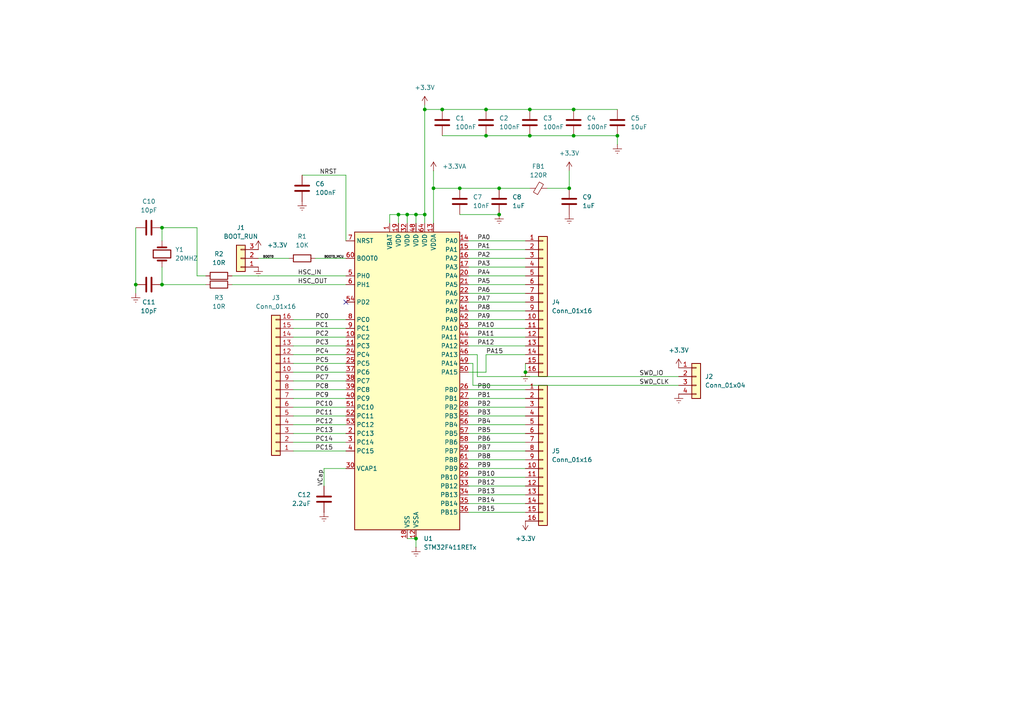
<source format=kicad_sch>
(kicad_sch (version 20231120) (generator "eeschema") (generator_version "8.0")
  (paper "A4")
  (lib_symbols
    (symbol "Connector_Generic:Conn_01x03" (pin_names (offset 1.016) hide)
      (property "Reference" "J" (at 0 5.08 0))
      (property "Value" "Conn_01x03" (at 0 -5.08 0))
      (symbol "Conn_01x03_1_1"
        (rectangle (start -1.27 -2.413) (end 0 -2.667) (stroke (width 0.1524)))
        (rectangle (start -1.27 0.127) (end 0 -0.127) (stroke (width 0.1524)))
        (rectangle (start -1.27 2.667) (end 0 2.413) (stroke (width 0.1524)))
        (rectangle (start -1.27 3.81) (end 1.27 -3.81) (stroke (width 0.254)) (fill (type background)))
        (pin passive line (at -5.08 2.54 0) (length 3.81) (name "Pin_1") (number "1"))
        (pin passive line (at -5.08 0 0) (length 3.81) (name "Pin_2") (number "2"))
        (pin passive line (at -5.08 -2.54 0) (length 3.81) (name "Pin_3") (number "3"))
      )
    )
    (symbol "Connector_Generic:Conn_01x04" (pin_names (offset 1.016) hide)
      (property "Reference" "J" (at 0 5.08 0))
      (property "Value" "Conn_01x04" (at 0 -7.62 0))
      (symbol "Conn_01x04_1_1"
        (rectangle (start -1.27 -4.953) (end 0 -5.207) (stroke (width 0.1524)))
        (rectangle (start -1.27 -2.413) (end 0 -2.667) (stroke (width 0.1524)))
        (rectangle (start -1.27 0.127) (end 0 -0.127) (stroke (width 0.1524)))
        (rectangle (start -1.27 2.667) (end 0 2.413) (stroke (width 0.1524)))
        (rectangle (start -1.27 3.81) (end 1.27 -6.35) (stroke (width 0.254)) (fill (type background)))
        (pin passive line (at -5.08 2.54 0) (length 3.81) (name "Pin_1") (number "1"))
        (pin passive line (at -5.08 0 0) (length 3.81) (name "Pin_2") (number "2"))
        (pin passive line (at -5.08 -2.54 0) (length 3.81) (name "Pin_3") (number "3"))
        (pin passive line (at -5.08 -5.08 0) (length 3.81) (name "Pin_4") (number "4"))
      )
    )
    (symbol "Connector_Generic:Conn_01x16" (pin_names (offset 1.016) hide)
      (property "Reference" "J" (at 0 20.32 0))
      (property "Value" "Conn_01x16" (at 0 -22.86 0))
      (symbol "Conn_01x16_1_1"
        (rectangle (start -1.27 -20.193) (end 0 -20.447) (stroke (width 0.1524)))
        (rectangle (start -1.27 -17.653) (end 0 -17.907) (stroke (width 0.1524)))
        (rectangle (start -1.27 -15.113) (end 0 -15.367) (stroke (width 0.1524)))
        (rectangle (start -1.27 -12.573) (end 0 -12.827) (stroke (width 0.1524)))
        (rectangle (start -1.27 -10.033) (end 0 -10.287) (stroke (width 0.1524)))
        (rectangle (start -1.27 -7.493) (end 0 -7.747) (stroke (width 0.1524)))
        (rectangle (start -1.27 -4.953) (end 0 -5.207) (stroke (width 0.1524)))
        (rectangle (start -1.27 -2.413) (end 0 -2.667) (stroke (width 0.1524)))
        (rectangle (start -1.27 0.127) (end 0 -0.127) (stroke (width 0.1524)))
        (rectangle (start -1.27 2.667) (end 0 2.413) (stroke (width 0.1524)))
        (rectangle (start -1.27 5.207) (end 0 4.953) (stroke (width 0.1524)))
        (rectangle (start -1.27 7.747) (end 0 7.493) (stroke (width 0.1524)))
        (rectangle (start -1.27 10.287) (end 0 10.033) (stroke (width 0.1524)))
        (rectangle (start -1.27 12.827) (end 0 12.573) (stroke (width 0.1524)))
        (rectangle (start -1.27 15.367) (end 0 15.113) (stroke (width 0.1524)))
        (rectangle (start -1.27 17.907) (end 0 17.653) (stroke (width 0.1524)))
        (rectangle (start -1.27 19.05) (end 1.27 -21.59) (stroke (width 0.254)) (fill (type background)))
        (pin passive line (at -5.08 17.78 0) (length 3.81) (name "Pin_1") (number "1"))
        (pin passive line (at -5.08 -5.08 0) (length 3.81) (name "Pin_10") (number "10"))
        (pin passive line (at -5.08 -7.62 0) (length 3.81) (name "Pin_11") (number "11"))
        (pin passive line (at -5.08 -10.16 0) (length 3.81) (name "Pin_12") (number "12"))
        (pin passive line (at -5.08 -12.7 0) (length 3.81) (name "Pin_13") (number "13"))
        (pin passive line (at -5.08 -15.24 0) (length 3.81) (name "Pin_14") (number "14"))
        (pin passive line (at -5.08 -17.78 0) (length 3.81) (name "Pin_15") (number "15"))
        (pin passive line (at -5.08 -20.32 0) (length 3.81) (name "Pin_16") (number "16"))
        (pin passive line (at -5.08 15.24 0) (length 3.81) (name "Pin_2") (number "2"))
        (pin passive line (at -5.08 12.7 0) (length 3.81) (name "Pin_3") (number "3"))
        (pin passive line (at -5.08 10.16 0) (length 3.81) (name "Pin_4") (number "4"))
        (pin passive line (at -5.08 7.62 0) (length 3.81) (name "Pin_5") (number "5"))
        (pin passive line (at -5.08 5.08 0) (length 3.81) (name "Pin_6") (number "6"))
        (pin passive line (at -5.08 2.54 0) (length 3.81) (name "Pin_7") (number "7"))
        (pin passive line (at -5.08 0 0) (length 3.81) (name "Pin_8") (number "8"))
        (pin passive line (at -5.08 -2.54 0) (length 3.81) (name "Pin_9") (number "9"))
      )
    )
    (symbol "Device:C" (pin_numbers hide) (pin_names (offset 0.254))
      (property "Reference" "C" (at 0.635 2.54 0))
      (property "Value" "C" (at 0.635 -2.54 0))
      (symbol "C_0_1"
        (polyline (pts (xy -2.032 -0.762) (xy 2.032 -0.762)) (stroke (width 0.508)))
        (polyline (pts (xy -2.032 0.762) (xy 2.032 0.762)) (stroke (width 0.508)))
      )
      (symbol "C_1_1"
        (pin passive line (at 0 3.81 270) (length 2.794) (name "~") (number "1"))
        (pin passive line (at 0 -3.81 90) (length 2.794) (name "~") (number "2"))
      )
    )
    (symbol "Device:Crystal" (pin_numbers hide) (pin_names (offset 1.016) hide)
      (property "Reference" "Y" (at 0 3.81 0))
      (property "Value" "Crystal" (at 0 -3.81 0))
      (symbol "Crystal_0_1"
        (rectangle (start -1.143 2.54) (end 1.143 -2.54) (stroke (width 0.3048)))
        (polyline (pts (xy -2.54 0) (xy -1.905 0)))
        (polyline (pts (xy -1.905 -1.27) (xy -1.905 1.27)) (stroke (width 0.508)))
        (polyline (pts (xy 1.905 -1.27) (xy 1.905 1.27)) (stroke (width 0.508)))
        (polyline (pts (xy 2.54 0) (xy 1.905 0)))
      )
      (symbol "Crystal_1_1"
        (pin passive line (at -3.81 0 0) (length 1.27) (name "1") (number "1"))
        (pin passive line (at 3.81 0 180) (length 1.27) (name "2") (number "2"))
      )
    )
    (symbol "Device:FerriteBead_Small" (pin_numbers hide) (pin_names (offset 0))
      (property "Reference" "FB" (at 1.905 1.27 0))
      (property "Value" "FerriteBead_Small" (at 1.905 -1.27 0))
      (symbol "FerriteBead_Small_0_1"
        (polyline (pts (xy 0 -1.27) (xy 0 -0.7874)))
        (polyline (pts (xy 0 0.889) (xy 0 1.2954)))
        (polyline (pts (xy -1.8288 0.2794) (xy -1.1176 1.4986) (xy 1.8288 -0.2032) (xy 1.1176 -1.4224) (xy -1.8288 0.2794)))
      )
      (symbol "FerriteBead_Small_1_1"
        (pin passive line (at 0 2.54 270) (length 1.27) (name "~") (number "1"))
        (pin passive line (at 0 -2.54 90) (length 1.27) (name "~") (number "2"))
      )
    )
    (symbol "Device:R" (pin_numbers hide) (pin_names (offset 0))
      (property "Reference" "R" (at 2.032 0 90))
      (property "Value" "R" (at 0 0 90))
      (symbol "R_0_1"
        (rectangle (start -1.016 -2.54) (end 1.016 2.54) (stroke (width 0.254)))
      )
      (symbol "R_1_1"
        (pin passive line (at 0 3.81 270) (length 1.27) (name "~") (number "1"))
        (pin passive line (at 0 -3.81 90) (length 1.27) (name "~") (number "2"))
      )
    )
    (symbol "MCU_ST_STM32F4:STM32F411RETx"
      (property "Reference" "U" (at -15.24 44.45 0))
      (property "Value" "STM32F411RETx" (at 10.16 44.45 0))
      (symbol "STM32F411RETx_0_1"
        (rectangle (start -15.24 -43.18) (end 15.24 43.18) (stroke (width 0.254)) (fill (type background)))
      )
      (symbol "STM32F411RETx_1_1"
        (pin power_in line (at -5.08 45.72 270) (length 2.54) (name "VBAT") (number "1"))
        (pin bidirectional line (at -17.78 12.7 0) (length 2.54) (name "PC2") (number "10"))
        (pin bidirectional line (at -17.78 10.16 0) (length 2.54) (name "PC3") (number "11"))
        (pin power_in line (at 2.54 -45.72 90) (length 2.54) (name "VSSA") (number "12"))
        (pin power_in line (at 7.62 45.72 270) (length 2.54) (name "VDDA") (number "13"))
        (pin bidirectional line (at 17.78 40.64 180) (length 2.54) (name "PA0") (number "14"))
        (pin bidirectional line (at 17.78 38.1 180) (length 2.54) (name "PA1") (number "15"))
        (pin bidirectional line (at 17.78 35.56 180) (length 2.54) (name "PA2") (number "16"))
        (pin bidirectional line (at 17.78 33.02 180) (length 2.54) (name "PA3") (number "17"))
        (pin power_in line (at 0 -45.72 90) (length 2.54) (name "VSS") (number "18"))
        (pin power_in line (at -2.54 45.72 270) (length 2.54) (name "VDD") (number "19"))
        (pin bidirectional line (at -17.78 -15.24 0) (length 2.54) (name "PC13") (number "2"))
        (pin bidirectional line (at 17.78 30.48 180) (length 2.54) (name "PA4") (number "20"))
        (pin bidirectional line (at 17.78 27.94 180) (length 2.54) (name "PA5") (number "21"))
        (pin bidirectional line (at 17.78 25.4 180) (length 2.54) (name "PA6") (number "22"))
        (pin bidirectional line (at 17.78 22.86 180) (length 2.54) (name "PA7") (number "23"))
        (pin bidirectional line (at -17.78 7.62 0) (length 2.54) (name "PC4") (number "24"))
        (pin bidirectional line (at -17.78 5.08 0) (length 2.54) (name "PC5") (number "25"))
        (pin bidirectional line (at 17.78 -2.54 180) (length 2.54) (name "PB0") (number "26"))
        (pin bidirectional line (at 17.78 -5.08 180) (length 2.54) (name "PB1") (number "27"))
        (pin bidirectional line (at 17.78 -7.62 180) (length 2.54) (name "PB2") (number "28"))
        (pin bidirectional line (at 17.78 -27.94 180) (length 2.54) (name "PB10") (number "29"))
        (pin bidirectional line (at -17.78 -17.78 0) (length 2.54) (name "PC14") (number "3"))
        (pin power_out line (at -17.78 -25.4 0) (length 2.54) (name "VCAP1") (number "30"))
        (pin passive line (at 0 -45.72 90) (length 2.54) hide (name "VSS") (number "31"))
        (pin power_in line (at 0 45.72 270) (length 2.54) (name "VDD") (number "32"))
        (pin bidirectional line (at 17.78 -30.48 180) (length 2.54) (name "PB12") (number "33"))
        (pin bidirectional line (at 17.78 -33.02 180) (length 2.54) (name "PB13") (number "34"))
        (pin bidirectional line (at 17.78 -35.56 180) (length 2.54) (name "PB14") (number "35"))
        (pin bidirectional line (at 17.78 -38.1 180) (length 2.54) (name "PB15") (number "36"))
        (pin bidirectional line (at -17.78 2.54 0) (length 2.54) (name "PC6") (number "37"))
        (pin bidirectional line (at -17.78 0 0) (length 2.54) (name "PC7") (number "38"))
        (pin bidirectional line (at -17.78 -2.54 0) (length 2.54) (name "PC8") (number "39"))
        (pin bidirectional line (at -17.78 -20.32 0) (length 2.54) (name "PC15") (number "4"))
        (pin bidirectional line (at -17.78 -5.08 0) (length 2.54) (name "PC9") (number "40"))
        (pin bidirectional line (at 17.78 20.32 180) (length 2.54) (name "PA8") (number "41"))
        (pin bidirectional line (at 17.78 17.78 180) (length 2.54) (name "PA9") (number "42"))
        (pin bidirectional line (at 17.78 15.24 180) (length 2.54) (name "PA10") (number "43"))
        (pin bidirectional line (at 17.78 12.7 180) (length 2.54) (name "PA11") (number "44"))
        (pin bidirectional line (at 17.78 10.16 180) (length 2.54) (name "PA12") (number "45"))
        (pin bidirectional line (at 17.78 7.62 180) (length 2.54) (name "PA13") (number "46"))
        (pin passive line (at 0 -45.72 90) (length 2.54) hide (name "VSS") (number "47"))
        (pin power_in line (at 2.54 45.72 270) (length 2.54) (name "VDD") (number "48"))
        (pin bidirectional line (at 17.78 5.08 180) (length 2.54) (name "PA14") (number "49"))
        (pin bidirectional line (at -17.78 30.48 0) (length 2.54) (name "PH0") (number "5"))
        (pin bidirectional line (at 17.78 2.54 180) (length 2.54) (name "PA15") (number "50"))
        (pin bidirectional line (at -17.78 -7.62 0) (length 2.54) (name "PC10") (number "51"))
        (pin bidirectional line (at -17.78 -10.16 0) (length 2.54) (name "PC11") (number "52"))
        (pin bidirectional line (at -17.78 -12.7 0) (length 2.54) (name "PC12") (number "53"))
        (pin bidirectional line (at -17.78 22.86 0) (length 2.54) (name "PD2") (number "54"))
        (pin bidirectional line (at 17.78 -10.16 180) (length 2.54) (name "PB3") (number "55"))
        (pin bidirectional line (at 17.78 -12.7 180) (length 2.54) (name "PB4") (number "56"))
        (pin bidirectional line (at 17.78 -15.24 180) (length 2.54) (name "PB5") (number "57"))
        (pin bidirectional line (at 17.78 -17.78 180) (length 2.54) (name "PB6") (number "58"))
        (pin bidirectional line (at 17.78 -20.32 180) (length 2.54) (name "PB7") (number "59"))
        (pin bidirectional line (at -17.78 27.94 0) (length 2.54) (name "PH1") (number "6"))
        (pin input line (at -17.78 35.56 0) (length 2.54) (name "BOOT0") (number "60"))
        (pin bidirectional line (at 17.78 -22.86 180) (length 2.54) (name "PB8") (number "61"))
        (pin bidirectional line (at 17.78 -25.4 180) (length 2.54) (name "PB9") (number "62"))
        (pin passive line (at 0 -45.72 90) (length 2.54) hide (name "VSS") (number "63"))
        (pin power_in line (at 5.08 45.72 270) (length 2.54) (name "VDD") (number "64"))
        (pin input line (at -17.78 40.64 0) (length 2.54) (name "NRST") (number "7"))
        (pin bidirectional line (at -17.78 17.78 0) (length 2.54) (name "PC0") (number "8"))
        (pin bidirectional line (at -17.78 15.24 0) (length 2.54) (name "PC1") (number "9"))
      )
    )
    (symbol "power:+3.3V" (power) (pin_numbers hide) (pin_names (offset 0) hide)
      (property "Value" "+3.3V" (at 0 3.556 0))
      (symbol "+3.3V_0_1"
        (polyline (pts (xy -0.762 1.27) (xy 0 2.54)))
        (polyline (pts (xy 0 0) (xy 0 2.54)))
        (polyline (pts (xy 0 2.54) (xy 0.762 1.27)))
      )
      (symbol "+3.3V_1_1"
        (pin power_in line (at 0 0 90) (length 0) (name "~") (number "1"))
      )
    )
    (symbol "power:GNDREF" (power) (pin_numbers hide) (pin_names (offset 0) hide)
      (property "Value" "GNDREF" (at 0 -3.81 0))
      (symbol "GNDREF_0_1"
        (polyline (pts (xy -0.635 -1.905) (xy 0.635 -1.905)))
        (polyline (pts (xy -0.127 -2.54) (xy 0.127 -2.54)))
        (polyline (pts (xy 0 -1.27) (xy 0 0)))
        (polyline (pts (xy 1.27 -1.27) (xy -1.27 -1.27)))
      )
      (symbol "GNDREF_1_1"
        (pin power_in line (at 0 0 270) (length 0) (name "~") (number "1"))
      )
    )
  )
  (junction (at 166.37 39.37))
  (junction (at 125.73 54.61))
  (junction (at 140.97 31.75))
  (junction (at 144.78 62.23))
  (junction (at 153.67 31.75))
  (junction (at 118.11 62.23))
  (junction (at 46.99 82.55))
  (junction (at 123.19 31.75))
  (junction (at 115.57 62.23))
  (junction (at 123.19 62.23))
  (junction (at 120.65 156.21))
  (junction (at 152.4 107.95))
  (junction (at 144.78 54.61))
  (junction (at 128.27 31.75))
  (junction (at 153.67 39.37))
  (junction (at 140.97 39.37))
  (junction (at 179.07 39.37))
  (junction (at 133.35 54.61))
  (junction (at 39.37 82.55))
  (junction (at 165.1 54.61))
  (junction (at 166.37 31.75))
  (junction (at 120.65 62.23))
  (junction (at 46.99 66.04))
  (no_connect (at 100.33 87.63))
  (wire (pts (xy 152.4 143.51) (xy 135.89 143.51)))
  (wire (pts (xy 115.57 62.23) (xy 113.03 62.23)))
  (wire (pts (xy 57.15 66.04) (xy 57.15 80.01)))
  (wire (pts (xy 137.16 111.76) (xy 137.16 105.41)))
  (wire (pts (xy 140.97 39.37) (xy 153.67 39.37)))
  (wire (pts (xy 85.09 92.71) (xy 100.33 92.71)))
  (wire (pts (xy 152.4 74.93) (xy 135.89 74.93)))
  (wire (pts (xy 165.1 49.53) (xy 165.1 54.61)))
  (wire (pts (xy 140.97 31.75) (xy 153.67 31.75)))
  (wire (pts (xy 152.4 146.05) (xy 135.89 146.05)))
  (wire (pts (xy 152.4 90.17) (xy 135.89 90.17)))
  (wire (pts (xy 39.37 82.55) (xy 39.37 85.09)))
  (wire (pts (xy 140.97 102.87) (xy 152.4 102.87)))
  (wire (pts (xy 85.09 95.25) (xy 100.33 95.25)))
  (wire (pts (xy 152.4 92.71) (xy 135.89 92.71)))
  (wire (pts (xy 93.98 135.89) (xy 93.98 140.97)))
  (wire (pts (xy 128.27 31.75) (xy 140.97 31.75)))
  (wire (pts (xy 152.4 69.85) (xy 135.89 69.85)))
  (wire (pts (xy 46.99 77.47) (xy 46.99 82.55)))
  (wire (pts (xy 166.37 31.75) (xy 179.07 31.75)))
  (wire (pts (xy 138.43 109.22) (xy 196.85 109.22)))
  (wire (pts (xy 57.15 80.01) (xy 59.69 80.01)))
  (wire (pts (xy 158.75 54.61) (xy 165.1 54.61)))
  (wire (pts (xy 133.35 54.61) (xy 144.78 54.61)))
  (wire (pts (xy 152.4 118.11) (xy 135.89 118.11)))
  (wire (pts (xy 113.03 62.23) (xy 113.03 64.77)))
  (wire (pts (xy 123.19 31.75) (xy 128.27 31.75)))
  (wire (pts (xy 125.73 54.61) (xy 125.73 49.53)))
  (wire (pts (xy 135.89 107.95) (xy 140.97 107.95)))
  (wire (pts (xy 93.98 135.89) (xy 100.33 135.89)))
  (wire (pts (xy 152.4 85.09) (xy 135.89 85.09)))
  (wire (pts (xy 85.09 105.41) (xy 100.33 105.41)))
  (wire (pts (xy 153.67 31.75) (xy 166.37 31.75)))
  (wire (pts (xy 85.09 115.57) (xy 100.33 115.57)))
  (wire (pts (xy 85.09 107.95) (xy 100.33 107.95)))
  (wire (pts (xy 152.4 135.89) (xy 135.89 135.89)))
  (wire (pts (xy 166.37 39.37) (xy 179.07 39.37)))
  (wire (pts (xy 91.44 74.93) (xy 100.33 74.93)))
  (wire (pts (xy 144.78 54.61) (xy 153.67 54.61)))
  (wire (pts (xy 152.4 82.55) (xy 135.89 82.55)))
  (wire (pts (xy 85.09 113.03) (xy 100.33 113.03)))
  (wire (pts (xy 125.73 54.61) (xy 133.35 54.61)))
  (wire (pts (xy 125.73 64.77) (xy 125.73 54.61)))
  (wire (pts (xy 67.31 80.01) (xy 100.33 80.01)))
  (wire (pts (xy 152.4 130.81) (xy 135.89 130.81)))
  (wire (pts (xy 115.57 64.77) (xy 115.57 62.23)))
  (wire (pts (xy 100.33 69.85) (xy 100.33 50.8)))
  (wire (pts (xy 85.09 100.33) (xy 100.33 100.33)))
  (wire (pts (xy 138.43 109.22) (xy 138.43 102.87)))
  (wire (pts (xy 152.4 125.73) (xy 135.89 125.73)))
  (wire (pts (xy 85.09 123.19) (xy 100.33 123.19)))
  (wire (pts (xy 152.4 97.79) (xy 135.89 97.79)))
  (wire (pts (xy 85.09 128.27) (xy 100.33 128.27)))
  (wire (pts (xy 152.4 105.41) (xy 152.4 107.95)))
  (wire (pts (xy 123.19 31.75) (xy 123.19 62.23)))
  (wire (pts (xy 153.67 39.37) (xy 166.37 39.37)))
  (wire (pts (xy 179.07 41.91) (xy 179.07 39.37)))
  (wire (pts (xy 120.65 62.23) (xy 123.19 62.23)))
  (wire (pts (xy 152.4 80.01) (xy 135.89 80.01)))
  (wire (pts (xy 133.35 62.23) (xy 144.78 62.23)))
  (wire (pts (xy 118.11 62.23) (xy 118.11 64.77)))
  (wire (pts (xy 123.19 30.48) (xy 123.19 31.75)))
  (wire (pts (xy 152.4 138.43) (xy 135.89 138.43)))
  (wire (pts (xy 85.09 120.65) (xy 100.33 120.65)))
  (wire (pts (xy 152.4 100.33) (xy 135.89 100.33)))
  (wire (pts (xy 128.27 39.37) (xy 140.97 39.37)))
  (wire (pts (xy 85.09 102.87) (xy 100.33 102.87)))
  (wire (pts (xy 135.89 105.41) (xy 137.16 105.41)))
  (wire (pts (xy 152.4 123.19) (xy 135.89 123.19)))
  (wire (pts (xy 152.4 128.27) (xy 135.89 128.27)))
  (wire (pts (xy 152.4 95.25) (xy 135.89 95.25)))
  (wire (pts (xy 152.4 140.97) (xy 135.89 140.97)))
  (wire (pts (xy 100.33 50.8) (xy 87.63 50.8)))
  (wire (pts (xy 46.99 66.04) (xy 57.15 66.04)))
  (wire (pts (xy 74.93 74.93) (xy 83.82 74.93)))
  (wire (pts (xy 152.4 133.35) (xy 135.89 133.35)))
  (wire (pts (xy 152.4 87.63) (xy 135.89 87.63)))
  (wire (pts (xy 123.19 62.23) (xy 123.19 64.77)))
  (wire (pts (xy 120.65 62.23) (xy 120.65 64.77)))
  (wire (pts (xy 137.16 111.76) (xy 196.85 111.76)))
  (wire (pts (xy 118.11 62.23) (xy 120.65 62.23)))
  (wire (pts (xy 118.11 156.21) (xy 120.65 156.21)))
  (wire (pts (xy 39.37 66.04) (xy 39.37 82.55)))
  (wire (pts (xy 85.09 110.49) (xy 100.33 110.49)))
  (wire (pts (xy 85.09 125.73) (xy 100.33 125.73)))
  (wire (pts (xy 152.4 77.47) (xy 135.89 77.47)))
  (wire (pts (xy 46.99 82.55) (xy 59.69 82.55)))
  (wire (pts (xy 46.99 69.85) (xy 46.99 66.04)))
  (wire (pts (xy 85.09 97.79) (xy 100.33 97.79)))
  (wire (pts (xy 85.09 118.11) (xy 100.33 118.11)))
  (wire (pts (xy 152.4 148.59) (xy 135.89 148.59)))
  (wire (pts (xy 152.4 115.57) (xy 135.89 115.57)))
  (wire (pts (xy 115.57 62.23) (xy 118.11 62.23)))
  (wire (pts (xy 120.65 158.75) (xy 120.65 156.21)))
  (wire (pts (xy 140.97 107.95) (xy 140.97 102.87)))
  (wire (pts (xy 67.31 82.55) (xy 100.33 82.55)))
  (wire (pts (xy 152.4 113.03) (xy 135.89 113.03)))
  (wire (pts (xy 135.89 102.87) (xy 138.43 102.87)))
  (wire (pts (xy 152.4 72.39) (xy 135.89 72.39)))
  (wire (pts (xy 152.4 120.65) (xy 135.89 120.65)))
  (wire (pts (xy 85.09 130.81) (xy 100.33 130.81)))
  (label "PA1" (at 138.43 72.39 0))
  (label "PA7" (at 138.43 87.63 0))
  (label "PA9" (at 138.43 92.71 0))
  (label "PB2" (at 138.43 118.11 0))
  (label "PC7" (at 91.44 110.49 0))
  (label "PC12" (at 91.44 123.19 0))
  (label "PA4" (at 138.43 80.01 0))
  (label "PA0" (at 138.43 69.85 0))
  (label "PA10" (at 138.43 95.25 0))
  (label "BOOT0" (at 76.2 74.93 0) (effects (font (size 0.635 0.635))))
  (label "PC11" (at 91.44 120.65 0))
  (label "HSC_OUT" (at 86.36 82.55 0))
  (label "PB10" (at 138.43 138.43 0))
  (label "PB14" (at 138.43 146.05 0))
  (label "PA8" (at 138.43 90.17 0))
  (label "PC15" (at 91.44 130.81 0))
  (label "PB6" (at 138.43 128.27 0))
  (label "SWD_CLK" (at 185.42 111.76 0))
  (label "PA15" (at 140.97 102.87 0))
  (label "PB9" (at 138.43 135.89 0))
  (label "PC5" (at 91.44 105.41 0))
  (label "PB3" (at 138.43 120.65 0))
  (label "PA2" (at 138.43 74.93 0))
  (label "PC4" (at 91.44 102.87 0))
  (label "PB1" (at 138.43 115.57 0))
  (label "PC1" (at 91.44 95.25 0))
  (label "PB7" (at 138.43 130.81 0))
  (label "PB0" (at 138.43 113.03 0))
  (label "PC0" (at 91.44 92.71 0))
  (label "PB4" (at 138.43 123.19 0))
  (label "SWD_IO" (at 185.42 109.22 0))
  (label "PB12" (at 138.43 140.97 0))
  (label "PB13" (at 138.43 143.51 0))
  (label "PC3" (at 91.44 100.33 0))
  (label "BOOT0_MCU" (at 93.98 74.93 0) (effects (font (size 0.635 0.635))))
  (label "PA11" (at 138.43 97.79 0))
  (label "VCap" (at 93.98 140.97 90))
  (label "PC10" (at 91.44 118.11 0))
  (label "PB8" (at 138.43 133.35 0))
  (label "NRST" (at 92.71 50.8 0))
  (label "HSC_IN" (at 86.36 80.01 0))
  (label "PB15" (at 138.43 148.59 0))
  (label "PC14" (at 91.44 128.27 0))
  (label "PC8" (at 91.44 113.03 0))
  (label "PB5" (at 138.43 125.73 0))
  (label "PC9" (at 91.44 115.57 0))
  (label "PC13" (at 91.44 125.73 0))
  (label "PC2" (at 91.44 97.79 0))
  (label "PA5" (at 138.43 82.55 0))
  (label "PA12" (at 138.43 100.33 0))
  (label "PA3" (at 138.43 77.47 0))
  (label "PA6" (at 138.43 85.09 0))
  (label "PC6" (at 91.44 107.95 0))
  (symbol (lib_id "power:GNDREF") (at 39.37 85.09 0) (unit 1)
    (property "Reference" "#PWR010" (effects (hide yes)))
    (property "Value" "GNDREF" (effects (hide yes)))
    (property "Description" "Power symbol creates a global label with name \"GNDREF\" , reference supply ground" (effects (hide yes)))
  )
  (symbol (lib_id "power:+3.3V") (at 165.1 49.53 0) (unit 1)
    (property "Reference" "#PWR04" (effects (hide yes)))
    (property "Value" "+3.3V" (at 165.1 44.45 0))
    (property "Description" "Power symbol creates a global label with name \"+3.3V\"" (effects (hide yes)))
  )
  (symbol (lib_id "power:GNDREF") (at 74.93 77.47 0) (unit 1)
    (property "Reference" "#PWR09" (effects (hide yes)))
    (property "Value" "GNDREF" (effects (hide yes)))
    (property "Description" "Power symbol creates a global label with name \"GNDREF\" , reference supply ground" (effects (hide yes)))
  )
  (symbol (lib_id "power:+3.3V") (at 152.4 151.13 180) (unit 1)
    (property "Reference" "#PWR015" (effects (hide yes)))
    (property "Value" "+3.3V" (at 152.4 156.21 0))
    (property "Description" "Power symbol creates a global label with name \"+3.3V\"" (effects (hide yes)))
  )
  (symbol (lib_id "Device:R") (at 63.5 82.55 90) (unit 1)
    (property "Reference" "R3" (at 63.5 86.36 90))
    (property "Value" "10R" (at 63.5 88.9 90))
    (property "Footprint" "Resistor_SMD:R_0805_2012Metric_Pad1.20x1.40mm_HandSolder" (effects (hide yes)))
    (property "Description" "Resistor" (effects (hide yes)))
  )
  (symbol (lib_id "power:+3.3V") (at 125.73 49.53 0) (unit 1)
    (property "Reference" "#PWR03" (effects (hide yes)))
    (property "Value" "+3.3VA" (at 128.27 48.2599 0) (effects (justify left)))
    (property "Description" "Power symbol creates a global label with name \"+3.3V\"" (effects (hide yes)))
  )
  (symbol (lib_id "Device:C") (at 128.27 35.56 180) (unit 1)
    (property "Reference" "C1" (at 132.08 34.2899 0) (effects (justify right)))
    (property "Value" "100nF" (at 132.08 36.8299 0) (effects (justify right)))
    (property "Footprint" "Capacitor_SMD:C_0805_2012Metric_Pad1.18x1.45mm_HandSolder" (effects (hide yes)))
    (property "Description" "Unpolarized capacitor" (effects (hide yes)))
  )
  (symbol (lib_id "Connector_Generic:Conn_01x03") (at 69.85 74.93 180) (unit 1)
    (property "Reference" "J1" (at 69.85 66.04 0))
    (property "Value" "BOOT_RUN" (at 69.85 68.58 0))
    (property "Footprint" "Connector_PinHeader_2.54mm:PinHeader_1x03_P2.54mm_Vertical" (effects (hide yes)))
    (property "Description" "Generic connector, single row, 01x03, script generated (kicad-library-utils/schlib/autogen/connector/)" (effects (hide yes)))
  )
  (symbol (lib_id "Device:C") (at 43.18 66.04 270) (unit 1)
    (property "Reference" "C10" (at 43.18 58.42 90))
    (property "Value" "10pF" (at 43.18 60.96 90))
    (property "Footprint" "Capacitor_SMD:C_0805_2012Metric_Pad1.18x1.45mm_HandSolder" (effects (hide yes)))
    (property "Description" "Unpolarized capacitor" (effects (hide yes)))
  )
  (symbol (lib_id "power:GNDREF") (at 152.4 107.95 0) (unit 1)
    (property "Reference" "#PWR016" (effects (hide yes)))
    (property "Value" "GNDREF" (effects (hide yes)))
    (property "Description" "Power symbol creates a global label with name \"GNDREF\" , reference supply ground" (effects (hide yes)))
  )
  (symbol (lib_id "MCU_ST_STM32F4:STM32F411RETx") (at 118.11 110.49 0) (unit 1)
    (property "Reference" "U1" (at 122.8441 156.21 0) (effects (justify left)))
    (property "Value" "STM32F411RETx" (at 122.8441 158.75 0) (effects (justify left)))
    (property "Footprint" "Package_QFP:LQFP-64_10x10mm_P0.5mm" (effects (hide yes)))
    (property "Datasheet" "https://www.st.com/resource/en/datasheet/stm32f411re.pdf" (effects (hide yes)))
    (property "Description" "STMicroelectronics Arm Cortex-M4 MCU, 512KB flash, 128KB RAM, 100 MHz, 1.7-3.6V, 50 GPIO, LQFP64" (effects (hide yes)))
  )
  (symbol (lib_id "Device:C") (at 87.63 54.61 0) (unit 1)
    (property "Reference" "C6" (at 91.44 53.3399 0) (effects (justify left)))
    (property "Value" "100nF" (at 91.44 55.8799 0) (effects (justify left)))
    (property "Footprint" "Capacitor_SMD:C_0805_2012Metric_Pad1.18x1.45mm_HandSolder" (effects (hide yes)))
    (property "Description" "Unpolarized capacitor" (effects (hide yes)))
  )
  (symbol (lib_id "power:+3.3V") (at 74.93 72.39 0) (unit 1)
    (property "Reference" "#PWR08" (effects (hide yes)))
    (property "Value" "+3.3V" (at 77.47 71.1199 0) (effects (justify left)))
    (property "Description" "Power symbol creates a global label with name \"+3.3V\"" (effects (hide yes)))
  )
  (symbol (lib_id "power:GNDREF") (at 120.65 158.75 0) (unit 1)
    (property "Reference" "#PWR014" (effects (hide yes)))
    (property "Value" "GNDREF" (effects (hide yes)))
    (property "Description" "Power symbol creates a global label with name \"GNDREF\" , reference supply ground" (effects (hide yes)))
  )
  (symbol (lib_id "power:GNDREF") (at 87.63 58.42 0) (unit 1)
    (property "Reference" "#PWR05" (effects (hide yes)))
    (property "Value" "GNDREF" (effects (hide yes)))
    (property "Description" "Power symbol creates a global label with name \"GNDREF\" , reference supply ground" (effects (hide yes)))
  )
  (symbol (lib_id "Device:C") (at 153.67 35.56 180) (unit 1)
    (property "Reference" "C3" (at 157.48 34.2899 0) (effects (justify right)))
    (property "Value" "100nF" (at 157.48 36.8299 0) (effects (justify right)))
    (property "Footprint" "Capacitor_SMD:C_0805_2012Metric_Pad1.18x1.45mm_HandSolder" (effects (hide yes)))
    (property "Description" "Unpolarized capacitor" (effects (hide yes)))
  )
  (symbol (lib_id "Device:Crystal") (at 46.99 73.66 270) (unit 1)
    (property "Reference" "Y1" (at 50.8 72.3899 90) (effects (justify left)))
    (property "Value" "20MHZ" (at 50.8 74.9299 90) (effects (justify left)))
    (property "Footprint" "Crystal:Crystal_SMD_HC49-SD_HandSoldering" (effects (hide yes)))
    (property "Description" "Two pin crystal" (effects (hide yes)))
  )
  (symbol (lib_id "Device:C") (at 133.35 58.42 180) (unit 1)
    (property "Reference" "C7" (at 137.16 57.1499 0) (effects (justify right)))
    (property "Value" "10nF" (at 137.16 59.6899 0) (effects (justify right)))
    (property "Footprint" "Capacitor_SMD:C_0805_2012Metric_Pad1.18x1.45mm_HandSolder" (effects (hide yes)))
    (property "Description" "Unpolarized capacitor" (effects (hide yes)))
  )
  (symbol (lib_id "Connector_Generic:Conn_01x16") (at 157.48 87.63 0) (unit 1)
    (property "Reference" "J4" (at 160.02 87.6299 0) (effects (justify left)))
    (property "Value" "Conn_01x16" (at 160.02 90.1699 0) (effects (justify left)))
    (property "Footprint" "Connector_PinHeader_2.54mm:PinHeader_1x16_P2.54mm_Vertical" (effects (hide yes)))
    (property "Description" "Generic connector, single row, 01x16, script generated (kicad-library-utils/schlib/autogen/connector/)" (effects (hide yes)))
  )
  (symbol (lib_id "Device:C") (at 165.1 58.42 180) (unit 1)
    (property "Reference" "C9" (at 168.91 57.1499 0) (effects (justify right)))
    (property "Value" "1uF" (at 168.91 59.6899 0) (effects (justify right)))
    (property "Footprint" "Capacitor_SMD:C_0805_2012Metric_Pad1.18x1.45mm_HandSolder" (effects (hide yes)))
    (property "Description" "Unpolarized capacitor" (effects (hide yes)))
  )
  (symbol (lib_id "Device:C") (at 43.18 82.55 270) (unit 1)
    (property "Reference" "C11" (at 43.18 87.63 90))
    (property "Value" "10pF" (at 43.18 90.17 90))
    (property "Footprint" "Capacitor_SMD:C_0805_2012Metric_Pad1.18x1.45mm_HandSolder" (effects (hide yes)))
    (property "Description" "Unpolarized capacitor" (effects (hide yes)))
  )
  (symbol (lib_id "Connector_Generic:Conn_01x16") (at 80.01 113.03 180) (unit 1)
    (property "Reference" "J3" (at 80.01 86.36 0))
    (property "Value" "Conn_01x16" (at 80.01 88.9 0))
    (property "Footprint" "Connector_PinHeader_2.54mm:PinHeader_1x16_P2.54mm_Vertical" (effects (hide yes)))
    (property "Description" "Generic connector, single row, 01x16, script generated (kicad-library-utils/schlib/autogen/connector/)" (effects (hide yes)))
  )
  (symbol (lib_id "Device:C") (at 179.07 35.56 180) (unit 1)
    (property "Reference" "C5" (at 182.88 34.2899 0) (effects (justify right)))
    (property "Value" "10uF" (at 182.88 36.8299 0) (effects (justify right)))
    (property "Footprint" "Capacitor_SMD:C_0805_2012Metric_Pad1.18x1.45mm_HandSolder" (effects (hide yes)))
    (property "Description" "Unpolarized capacitor" (effects (hide yes)))
  )
  (symbol (lib_id "Device:C") (at 144.78 58.42 180) (unit 1)
    (property "Reference" "C8" (at 148.59 57.1499 0) (effects (justify right)))
    (property "Value" "1uF" (at 148.59 59.6899 0) (effects (justify right)))
    (property "Footprint" "Capacitor_SMD:C_0805_2012Metric_Pad1.18x1.45mm_HandSolder" (effects (hide yes)))
    (property "Description" "Unpolarized capacitor" (effects (hide yes)))
  )
  (symbol (lib_id "power:+3.3V") (at 123.19 30.48 0) (unit 1)
    (property "Reference" "#PWR01" (effects (hide yes)))
    (property "Value" "+3.3V" (at 123.19 25.4 0))
    (property "Description" "Power symbol creates a global label with name \"+3.3V\"" (effects (hide yes)))
  )
  (symbol (lib_id "Connector_Generic:Conn_01x04") (at 201.93 109.22 0) (unit 1)
    (property "Reference" "J2" (at 204.47 109.2199 0) (effects (justify left)))
    (property "Value" "Conn_01x04" (at 204.47 111.7599 0) (effects (justify left)))
    (property "Footprint" "Connector_PinHeader_2.54mm:PinHeader_1x04_P2.54mm_Vertical" (effects (hide yes)))
    (property "Description" "Generic connector, single row, 01x04, script generated (kicad-library-utils/schlib/autogen/connector/)" (effects (hide yes)))
  )
  (symbol (lib_id "Device:C") (at 140.97 35.56 180) (unit 1)
    (property "Reference" "C2" (at 144.78 34.2899 0) (effects (justify right)))
    (property "Value" "100nF" (at 144.78 36.8299 0) (effects (justify right)))
    (property "Footprint" "Capacitor_SMD:C_0805_2012Metric_Pad1.18x1.45mm_HandSolder" (effects (hide yes)))
    (property "Description" "Unpolarized capacitor" (effects (hide yes)))
  )
  (symbol (lib_id "Device:C") (at 166.37 35.56 180) (unit 1)
    (property "Reference" "C4" (at 170.18 34.2899 0) (effects (justify right)))
    (property "Value" "100nF" (at 170.18 36.8299 0) (effects (justify right)))
    (property "Footprint" "Capacitor_SMD:C_0805_2012Metric_Pad1.18x1.45mm_HandSolder" (effects (hide yes)))
    (property "Description" "Unpolarized capacitor" (effects (hide yes)))
  )
  (symbol (lib_id "Device:R") (at 87.63 74.93 90) (unit 1)
    (property "Reference" "R1" (at 87.63 68.58 90))
    (property "Value" "10K" (at 87.63 71.12 90))
    (property "Footprint" "Resistor_SMD:R_0805_2012Metric_Pad1.20x1.40mm_HandSolder" (effects (hide yes)))
    (property "Description" "Resistor" (effects (hide yes)))
  )
  (symbol (lib_id "power:GNDREF") (at 165.1 62.23 0) (unit 1)
    (property "Reference" "#PWR07" (effects (hide yes)))
    (property "Value" "GNDREF" (effects (hide yes)))
    (property "Description" "Power symbol creates a global label with name \"GNDREF\" , reference supply ground" (effects (hide yes)))
  )
  (symbol (lib_id "Device:R") (at 63.5 80.01 90) (unit 1)
    (property "Reference" "R2" (at 63.5 73.66 90))
    (property "Value" "10R" (at 63.5 76.2 90))
    (property "Footprint" "Resistor_SMD:R_0805_2012Metric_Pad1.20x1.40mm_HandSolder" (effects (hide yes)))
    (property "Description" "Resistor" (effects (hide yes)))
  )
  (symbol (lib_id "power:GNDREF") (at 196.85 114.3 0) (unit 1)
    (property "Reference" "#PWR012" (effects (hide yes)))
    (property "Value" "GNDREF" (effects (hide yes)))
    (property "Description" "Power symbol creates a global label with name \"GNDREF\" , reference supply ground" (effects (hide yes)))
  )
  (symbol (lib_id "Device:FerriteBead_Small") (at 156.21 54.61 90) (unit 1)
    (property "Reference" "FB1" (at 156.1719 48.26 90))
    (property "Value" "120R" (at 156.1719 50.8 90))
    (property "Footprint" "Inductor_SMD:L_0805_2012Metric_Pad1.05x1.20mm_HandSolder" (effects (hide yes)))
    (property "Description" "Ferrite bead, small symbol" (effects (hide yes)))
  )
  (symbol (lib_id "power:GNDREF") (at 144.78 62.23 0) (unit 1)
    (property "Reference" "#PWR06" (effects (hide yes)))
    (property "Value" "GNDREF" (effects (hide yes)))
    (property "Description" "Power symbol creates a global label with name \"GNDREF\" , reference supply ground" (effects (hide yes)))
  )
  (symbol (lib_id "power:+3.3V") (at 196.85 106.68 0) (unit 1)
    (property "Reference" "#PWR011" (effects (hide yes)))
    (property "Value" "+3.3V" (at 196.85 101.6 0))
    (property "Description" "Power symbol creates a global label with name \"+3.3V\"" (effects (hide yes)))
  )
  (symbol (lib_id "Connector_Generic:Conn_01x16") (at 157.48 130.81 0) (unit 1)
    (property "Reference" "J5" (at 160.02 130.8099 0) (effects (justify left)))
    (property "Value" "Conn_01x16" (at 160.02 133.3499 0) (effects (justify left)))
    (property "Footprint" "Connector_PinHeader_2.54mm:PinHeader_1x16_P2.54mm_Vertical" (effects (hide yes)))
    (property "Description" "Generic connector, single row, 01x16, script generated (kicad-library-utils/schlib/autogen/connector/)" (effects (hide yes)))
  )
  (symbol (lib_id "power:GNDREF") (at 93.98 148.59 0) (unit 1)
    (property "Reference" "#PWR013" (effects (hide yes)))
    (property "Value" "GNDREF" (effects (hide yes)))
    (property "Description" "Power symbol creates a global label with name \"GNDREF\" , reference supply ground" (effects (hide yes)))
  )
  (symbol (lib_id "power:GNDREF") (at 179.07 41.91 0) (unit 1)
    (property "Reference" "#PWR02" (effects (hide yes)))
    (property "Value" "GNDREF" (effects (hide yes)))
    (property "Description" "Power symbol creates a global label with name \"GNDREF\" , reference supply ground" (effects (hide yes)))
  )
  (symbol (lib_id "Device:C") (at 93.98 144.78 0) (unit 1)
    (property "Reference" "C12" (at 90.17 143.5099 0) (effects (justify right)))
    (property "Value" "2.2uF" (at 90.17 146.0499 0) (effects (justify right)))
    (property "Footprint" "Capacitor_SMD:C_0805_2012Metric_Pad1.18x1.45mm_HandSolder" (effects (hide yes)))
    (property "Description" "Unpolarized capacitor" (effects (hide yes)))
  )
)
</source>
